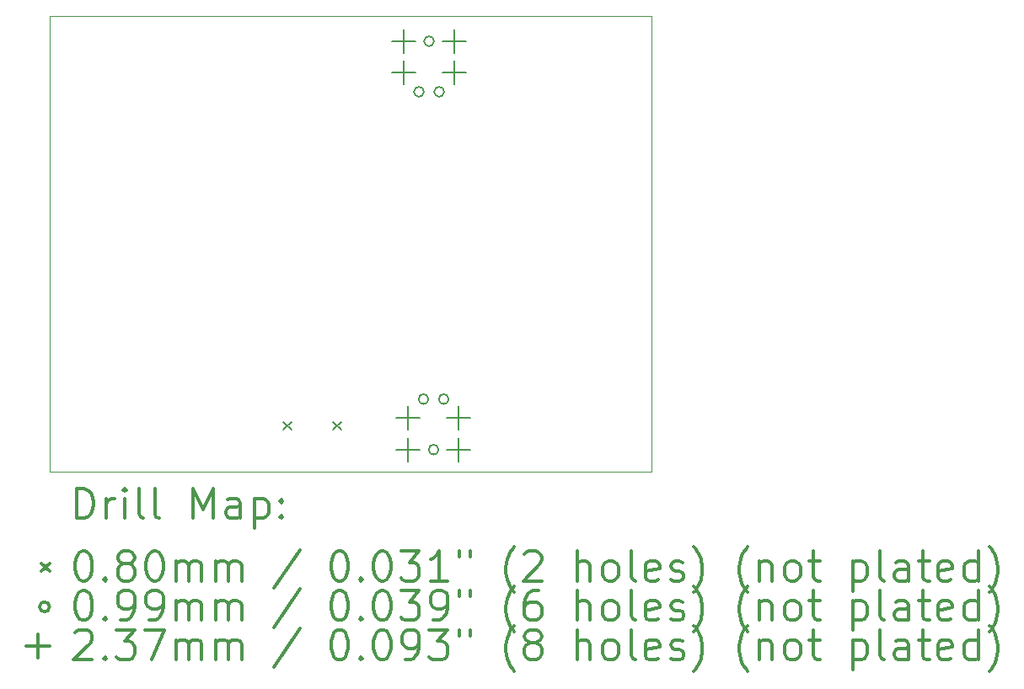
<source format=gbr>
%FSLAX45Y45*%
G04 Gerber Fmt 4.5, Leading zero omitted, Abs format (unit mm)*
G04 Created by KiCad (PCBNEW 4.0.6+dfsg1-1) date Tue Dec 26 18:46:28 2017*
%MOMM*%
%LPD*%
G01*
G04 APERTURE LIST*
%ADD10C,0.127000*%
%ADD11C,0.010000*%
%ADD12C,0.200000*%
%ADD13C,0.300000*%
G04 APERTURE END LIST*
D10*
D11*
X2770000Y-18340000D02*
X2770000Y-13760000D01*
X8820000Y-18340000D02*
X2770000Y-18340000D01*
X8820000Y-13760000D02*
X8820000Y-18340000D01*
X2770000Y-13760000D02*
X8820000Y-13760000D01*
D12*
X5120000Y-17837500D02*
X5200000Y-17917500D01*
X5200000Y-17837500D02*
X5120000Y-17917500D01*
X5620000Y-17837500D02*
X5700000Y-17917500D01*
X5700000Y-17837500D02*
X5620000Y-17917500D01*
X6530430Y-14519000D02*
G75*
G03X6530430Y-14519000I-49530J0D01*
G01*
X6575430Y-17608500D02*
G75*
G03X6575430Y-17608500I-49530J0D01*
G01*
X6632030Y-14011000D02*
G75*
G03X6632030Y-14011000I-49530J0D01*
G01*
X6677030Y-18116500D02*
G75*
G03X6677030Y-18116500I-49530J0D01*
G01*
X6733630Y-14519000D02*
G75*
G03X6733630Y-14519000I-49530J0D01*
G01*
X6778630Y-17608500D02*
G75*
G03X6778630Y-17608500I-49530J0D01*
G01*
X6328500Y-13892255D02*
X6328500Y-14129745D01*
X6209755Y-14011000D02*
X6447245Y-14011000D01*
X6328500Y-14209755D02*
X6328500Y-14447245D01*
X6209755Y-14328500D02*
X6447245Y-14328500D01*
X6373500Y-17680255D02*
X6373500Y-17917745D01*
X6254755Y-17799000D02*
X6492245Y-17799000D01*
X6373500Y-17997755D02*
X6373500Y-18235245D01*
X6254755Y-18116500D02*
X6492245Y-18116500D01*
X6836500Y-13892255D02*
X6836500Y-14129745D01*
X6717755Y-14011000D02*
X6955245Y-14011000D01*
X6836500Y-14209755D02*
X6836500Y-14447245D01*
X6717755Y-14328500D02*
X6955245Y-14328500D01*
X6881500Y-17680255D02*
X6881500Y-17917745D01*
X6762755Y-17799000D02*
X7000245Y-17799000D01*
X6881500Y-17997755D02*
X6881500Y-18235245D01*
X6762755Y-18116500D02*
X7000245Y-18116500D01*
D13*
X3040928Y-18806214D02*
X3040928Y-18506214D01*
X3112357Y-18506214D01*
X3155214Y-18520500D01*
X3183786Y-18549072D01*
X3198071Y-18577643D01*
X3212357Y-18634786D01*
X3212357Y-18677643D01*
X3198071Y-18734786D01*
X3183786Y-18763357D01*
X3155214Y-18791929D01*
X3112357Y-18806214D01*
X3040928Y-18806214D01*
X3340928Y-18806214D02*
X3340928Y-18606214D01*
X3340928Y-18663357D02*
X3355214Y-18634786D01*
X3369500Y-18620500D01*
X3398071Y-18606214D01*
X3426643Y-18606214D01*
X3526643Y-18806214D02*
X3526643Y-18606214D01*
X3526643Y-18506214D02*
X3512357Y-18520500D01*
X3526643Y-18534786D01*
X3540928Y-18520500D01*
X3526643Y-18506214D01*
X3526643Y-18534786D01*
X3712357Y-18806214D02*
X3683786Y-18791929D01*
X3669500Y-18763357D01*
X3669500Y-18506214D01*
X3869500Y-18806214D02*
X3840928Y-18791929D01*
X3826643Y-18763357D01*
X3826643Y-18506214D01*
X4212357Y-18806214D02*
X4212357Y-18506214D01*
X4312357Y-18720500D01*
X4412357Y-18506214D01*
X4412357Y-18806214D01*
X4683786Y-18806214D02*
X4683786Y-18649072D01*
X4669500Y-18620500D01*
X4640929Y-18606214D01*
X4583786Y-18606214D01*
X4555214Y-18620500D01*
X4683786Y-18791929D02*
X4655214Y-18806214D01*
X4583786Y-18806214D01*
X4555214Y-18791929D01*
X4540929Y-18763357D01*
X4540929Y-18734786D01*
X4555214Y-18706214D01*
X4583786Y-18691929D01*
X4655214Y-18691929D01*
X4683786Y-18677643D01*
X4826643Y-18606214D02*
X4826643Y-18906214D01*
X4826643Y-18620500D02*
X4855214Y-18606214D01*
X4912357Y-18606214D01*
X4940929Y-18620500D01*
X4955214Y-18634786D01*
X4969500Y-18663357D01*
X4969500Y-18749072D01*
X4955214Y-18777643D01*
X4940929Y-18791929D01*
X4912357Y-18806214D01*
X4855214Y-18806214D01*
X4826643Y-18791929D01*
X5098071Y-18777643D02*
X5112357Y-18791929D01*
X5098071Y-18806214D01*
X5083786Y-18791929D01*
X5098071Y-18777643D01*
X5098071Y-18806214D01*
X5098071Y-18620500D02*
X5112357Y-18634786D01*
X5098071Y-18649072D01*
X5083786Y-18634786D01*
X5098071Y-18620500D01*
X5098071Y-18649072D01*
X2689500Y-19260500D02*
X2769500Y-19340500D01*
X2769500Y-19260500D02*
X2689500Y-19340500D01*
X3098071Y-19136214D02*
X3126643Y-19136214D01*
X3155214Y-19150500D01*
X3169500Y-19164786D01*
X3183786Y-19193357D01*
X3198071Y-19250500D01*
X3198071Y-19321929D01*
X3183786Y-19379072D01*
X3169500Y-19407643D01*
X3155214Y-19421929D01*
X3126643Y-19436214D01*
X3098071Y-19436214D01*
X3069500Y-19421929D01*
X3055214Y-19407643D01*
X3040928Y-19379072D01*
X3026643Y-19321929D01*
X3026643Y-19250500D01*
X3040928Y-19193357D01*
X3055214Y-19164786D01*
X3069500Y-19150500D01*
X3098071Y-19136214D01*
X3326643Y-19407643D02*
X3340928Y-19421929D01*
X3326643Y-19436214D01*
X3312357Y-19421929D01*
X3326643Y-19407643D01*
X3326643Y-19436214D01*
X3512357Y-19264786D02*
X3483786Y-19250500D01*
X3469500Y-19236214D01*
X3455214Y-19207643D01*
X3455214Y-19193357D01*
X3469500Y-19164786D01*
X3483786Y-19150500D01*
X3512357Y-19136214D01*
X3569500Y-19136214D01*
X3598071Y-19150500D01*
X3612357Y-19164786D01*
X3626643Y-19193357D01*
X3626643Y-19207643D01*
X3612357Y-19236214D01*
X3598071Y-19250500D01*
X3569500Y-19264786D01*
X3512357Y-19264786D01*
X3483786Y-19279072D01*
X3469500Y-19293357D01*
X3455214Y-19321929D01*
X3455214Y-19379072D01*
X3469500Y-19407643D01*
X3483786Y-19421929D01*
X3512357Y-19436214D01*
X3569500Y-19436214D01*
X3598071Y-19421929D01*
X3612357Y-19407643D01*
X3626643Y-19379072D01*
X3626643Y-19321929D01*
X3612357Y-19293357D01*
X3598071Y-19279072D01*
X3569500Y-19264786D01*
X3812357Y-19136214D02*
X3840928Y-19136214D01*
X3869500Y-19150500D01*
X3883786Y-19164786D01*
X3898071Y-19193357D01*
X3912357Y-19250500D01*
X3912357Y-19321929D01*
X3898071Y-19379072D01*
X3883786Y-19407643D01*
X3869500Y-19421929D01*
X3840928Y-19436214D01*
X3812357Y-19436214D01*
X3783786Y-19421929D01*
X3769500Y-19407643D01*
X3755214Y-19379072D01*
X3740928Y-19321929D01*
X3740928Y-19250500D01*
X3755214Y-19193357D01*
X3769500Y-19164786D01*
X3783786Y-19150500D01*
X3812357Y-19136214D01*
X4040928Y-19436214D02*
X4040928Y-19236214D01*
X4040928Y-19264786D02*
X4055214Y-19250500D01*
X4083786Y-19236214D01*
X4126643Y-19236214D01*
X4155214Y-19250500D01*
X4169500Y-19279072D01*
X4169500Y-19436214D01*
X4169500Y-19279072D02*
X4183786Y-19250500D01*
X4212357Y-19236214D01*
X4255214Y-19236214D01*
X4283786Y-19250500D01*
X4298071Y-19279072D01*
X4298071Y-19436214D01*
X4440929Y-19436214D02*
X4440929Y-19236214D01*
X4440929Y-19264786D02*
X4455214Y-19250500D01*
X4483786Y-19236214D01*
X4526643Y-19236214D01*
X4555214Y-19250500D01*
X4569500Y-19279072D01*
X4569500Y-19436214D01*
X4569500Y-19279072D02*
X4583786Y-19250500D01*
X4612357Y-19236214D01*
X4655214Y-19236214D01*
X4683786Y-19250500D01*
X4698071Y-19279072D01*
X4698071Y-19436214D01*
X5283786Y-19121929D02*
X5026643Y-19507643D01*
X5669500Y-19136214D02*
X5698071Y-19136214D01*
X5726643Y-19150500D01*
X5740928Y-19164786D01*
X5755214Y-19193357D01*
X5769500Y-19250500D01*
X5769500Y-19321929D01*
X5755214Y-19379072D01*
X5740928Y-19407643D01*
X5726643Y-19421929D01*
X5698071Y-19436214D01*
X5669500Y-19436214D01*
X5640928Y-19421929D01*
X5626643Y-19407643D01*
X5612357Y-19379072D01*
X5598071Y-19321929D01*
X5598071Y-19250500D01*
X5612357Y-19193357D01*
X5626643Y-19164786D01*
X5640928Y-19150500D01*
X5669500Y-19136214D01*
X5898071Y-19407643D02*
X5912357Y-19421929D01*
X5898071Y-19436214D01*
X5883786Y-19421929D01*
X5898071Y-19407643D01*
X5898071Y-19436214D01*
X6098071Y-19136214D02*
X6126643Y-19136214D01*
X6155214Y-19150500D01*
X6169500Y-19164786D01*
X6183785Y-19193357D01*
X6198071Y-19250500D01*
X6198071Y-19321929D01*
X6183785Y-19379072D01*
X6169500Y-19407643D01*
X6155214Y-19421929D01*
X6126643Y-19436214D01*
X6098071Y-19436214D01*
X6069500Y-19421929D01*
X6055214Y-19407643D01*
X6040928Y-19379072D01*
X6026643Y-19321929D01*
X6026643Y-19250500D01*
X6040928Y-19193357D01*
X6055214Y-19164786D01*
X6069500Y-19150500D01*
X6098071Y-19136214D01*
X6298071Y-19136214D02*
X6483785Y-19136214D01*
X6383785Y-19250500D01*
X6426643Y-19250500D01*
X6455214Y-19264786D01*
X6469500Y-19279072D01*
X6483785Y-19307643D01*
X6483785Y-19379072D01*
X6469500Y-19407643D01*
X6455214Y-19421929D01*
X6426643Y-19436214D01*
X6340928Y-19436214D01*
X6312357Y-19421929D01*
X6298071Y-19407643D01*
X6769500Y-19436214D02*
X6598071Y-19436214D01*
X6683785Y-19436214D02*
X6683785Y-19136214D01*
X6655214Y-19179072D01*
X6626643Y-19207643D01*
X6598071Y-19221929D01*
X6883786Y-19136214D02*
X6883786Y-19193357D01*
X6998071Y-19136214D02*
X6998071Y-19193357D01*
X7440928Y-19550500D02*
X7426643Y-19536214D01*
X7398071Y-19493357D01*
X7383785Y-19464786D01*
X7369500Y-19421929D01*
X7355214Y-19350500D01*
X7355214Y-19293357D01*
X7369500Y-19221929D01*
X7383785Y-19179072D01*
X7398071Y-19150500D01*
X7426643Y-19107643D01*
X7440928Y-19093357D01*
X7540928Y-19164786D02*
X7555214Y-19150500D01*
X7583785Y-19136214D01*
X7655214Y-19136214D01*
X7683785Y-19150500D01*
X7698071Y-19164786D01*
X7712357Y-19193357D01*
X7712357Y-19221929D01*
X7698071Y-19264786D01*
X7526643Y-19436214D01*
X7712357Y-19436214D01*
X8069500Y-19436214D02*
X8069500Y-19136214D01*
X8198071Y-19436214D02*
X8198071Y-19279072D01*
X8183785Y-19250500D01*
X8155214Y-19236214D01*
X8112357Y-19236214D01*
X8083785Y-19250500D01*
X8069500Y-19264786D01*
X8383785Y-19436214D02*
X8355214Y-19421929D01*
X8340928Y-19407643D01*
X8326643Y-19379072D01*
X8326643Y-19293357D01*
X8340928Y-19264786D01*
X8355214Y-19250500D01*
X8383785Y-19236214D01*
X8426643Y-19236214D01*
X8455214Y-19250500D01*
X8469500Y-19264786D01*
X8483786Y-19293357D01*
X8483786Y-19379072D01*
X8469500Y-19407643D01*
X8455214Y-19421929D01*
X8426643Y-19436214D01*
X8383785Y-19436214D01*
X8655214Y-19436214D02*
X8626643Y-19421929D01*
X8612357Y-19393357D01*
X8612357Y-19136214D01*
X8883786Y-19421929D02*
X8855214Y-19436214D01*
X8798071Y-19436214D01*
X8769500Y-19421929D01*
X8755214Y-19393357D01*
X8755214Y-19279072D01*
X8769500Y-19250500D01*
X8798071Y-19236214D01*
X8855214Y-19236214D01*
X8883786Y-19250500D01*
X8898071Y-19279072D01*
X8898071Y-19307643D01*
X8755214Y-19336214D01*
X9012357Y-19421929D02*
X9040929Y-19436214D01*
X9098071Y-19436214D01*
X9126643Y-19421929D01*
X9140929Y-19393357D01*
X9140929Y-19379072D01*
X9126643Y-19350500D01*
X9098071Y-19336214D01*
X9055214Y-19336214D01*
X9026643Y-19321929D01*
X9012357Y-19293357D01*
X9012357Y-19279072D01*
X9026643Y-19250500D01*
X9055214Y-19236214D01*
X9098071Y-19236214D01*
X9126643Y-19250500D01*
X9240928Y-19550500D02*
X9255214Y-19536214D01*
X9283786Y-19493357D01*
X9298071Y-19464786D01*
X9312357Y-19421929D01*
X9326643Y-19350500D01*
X9326643Y-19293357D01*
X9312357Y-19221929D01*
X9298071Y-19179072D01*
X9283786Y-19150500D01*
X9255214Y-19107643D01*
X9240928Y-19093357D01*
X9783786Y-19550500D02*
X9769500Y-19536214D01*
X9740928Y-19493357D01*
X9726643Y-19464786D01*
X9712357Y-19421929D01*
X9698071Y-19350500D01*
X9698071Y-19293357D01*
X9712357Y-19221929D01*
X9726643Y-19179072D01*
X9740928Y-19150500D01*
X9769500Y-19107643D01*
X9783786Y-19093357D01*
X9898071Y-19236214D02*
X9898071Y-19436214D01*
X9898071Y-19264786D02*
X9912357Y-19250500D01*
X9940928Y-19236214D01*
X9983786Y-19236214D01*
X10012357Y-19250500D01*
X10026643Y-19279072D01*
X10026643Y-19436214D01*
X10212357Y-19436214D02*
X10183786Y-19421929D01*
X10169500Y-19407643D01*
X10155214Y-19379072D01*
X10155214Y-19293357D01*
X10169500Y-19264786D01*
X10183786Y-19250500D01*
X10212357Y-19236214D01*
X10255214Y-19236214D01*
X10283786Y-19250500D01*
X10298071Y-19264786D01*
X10312357Y-19293357D01*
X10312357Y-19379072D01*
X10298071Y-19407643D01*
X10283786Y-19421929D01*
X10255214Y-19436214D01*
X10212357Y-19436214D01*
X10398071Y-19236214D02*
X10512357Y-19236214D01*
X10440929Y-19136214D02*
X10440929Y-19393357D01*
X10455214Y-19421929D01*
X10483786Y-19436214D01*
X10512357Y-19436214D01*
X10840929Y-19236214D02*
X10840929Y-19536214D01*
X10840929Y-19250500D02*
X10869500Y-19236214D01*
X10926643Y-19236214D01*
X10955214Y-19250500D01*
X10969500Y-19264786D01*
X10983786Y-19293357D01*
X10983786Y-19379072D01*
X10969500Y-19407643D01*
X10955214Y-19421929D01*
X10926643Y-19436214D01*
X10869500Y-19436214D01*
X10840929Y-19421929D01*
X11155214Y-19436214D02*
X11126643Y-19421929D01*
X11112357Y-19393357D01*
X11112357Y-19136214D01*
X11398071Y-19436214D02*
X11398071Y-19279072D01*
X11383786Y-19250500D01*
X11355214Y-19236214D01*
X11298071Y-19236214D01*
X11269500Y-19250500D01*
X11398071Y-19421929D02*
X11369500Y-19436214D01*
X11298071Y-19436214D01*
X11269500Y-19421929D01*
X11255214Y-19393357D01*
X11255214Y-19364786D01*
X11269500Y-19336214D01*
X11298071Y-19321929D01*
X11369500Y-19321929D01*
X11398071Y-19307643D01*
X11498071Y-19236214D02*
X11612357Y-19236214D01*
X11540929Y-19136214D02*
X11540929Y-19393357D01*
X11555214Y-19421929D01*
X11583786Y-19436214D01*
X11612357Y-19436214D01*
X11826643Y-19421929D02*
X11798071Y-19436214D01*
X11740929Y-19436214D01*
X11712357Y-19421929D01*
X11698071Y-19393357D01*
X11698071Y-19279072D01*
X11712357Y-19250500D01*
X11740929Y-19236214D01*
X11798071Y-19236214D01*
X11826643Y-19250500D01*
X11840929Y-19279072D01*
X11840929Y-19307643D01*
X11698071Y-19336214D01*
X12098071Y-19436214D02*
X12098071Y-19136214D01*
X12098071Y-19421929D02*
X12069500Y-19436214D01*
X12012357Y-19436214D01*
X11983786Y-19421929D01*
X11969500Y-19407643D01*
X11955214Y-19379072D01*
X11955214Y-19293357D01*
X11969500Y-19264786D01*
X11983786Y-19250500D01*
X12012357Y-19236214D01*
X12069500Y-19236214D01*
X12098071Y-19250500D01*
X12212357Y-19550500D02*
X12226643Y-19536214D01*
X12255214Y-19493357D01*
X12269500Y-19464786D01*
X12283786Y-19421929D01*
X12298071Y-19350500D01*
X12298071Y-19293357D01*
X12283786Y-19221929D01*
X12269500Y-19179072D01*
X12255214Y-19150500D01*
X12226643Y-19107643D01*
X12212357Y-19093357D01*
X2769500Y-19696500D02*
G75*
G03X2769500Y-19696500I-49530J0D01*
G01*
X3098071Y-19532214D02*
X3126643Y-19532214D01*
X3155214Y-19546500D01*
X3169500Y-19560786D01*
X3183786Y-19589357D01*
X3198071Y-19646500D01*
X3198071Y-19717929D01*
X3183786Y-19775072D01*
X3169500Y-19803643D01*
X3155214Y-19817929D01*
X3126643Y-19832214D01*
X3098071Y-19832214D01*
X3069500Y-19817929D01*
X3055214Y-19803643D01*
X3040928Y-19775072D01*
X3026643Y-19717929D01*
X3026643Y-19646500D01*
X3040928Y-19589357D01*
X3055214Y-19560786D01*
X3069500Y-19546500D01*
X3098071Y-19532214D01*
X3326643Y-19803643D02*
X3340928Y-19817929D01*
X3326643Y-19832214D01*
X3312357Y-19817929D01*
X3326643Y-19803643D01*
X3326643Y-19832214D01*
X3483786Y-19832214D02*
X3540928Y-19832214D01*
X3569500Y-19817929D01*
X3583786Y-19803643D01*
X3612357Y-19760786D01*
X3626643Y-19703643D01*
X3626643Y-19589357D01*
X3612357Y-19560786D01*
X3598071Y-19546500D01*
X3569500Y-19532214D01*
X3512357Y-19532214D01*
X3483786Y-19546500D01*
X3469500Y-19560786D01*
X3455214Y-19589357D01*
X3455214Y-19660786D01*
X3469500Y-19689357D01*
X3483786Y-19703643D01*
X3512357Y-19717929D01*
X3569500Y-19717929D01*
X3598071Y-19703643D01*
X3612357Y-19689357D01*
X3626643Y-19660786D01*
X3769500Y-19832214D02*
X3826643Y-19832214D01*
X3855214Y-19817929D01*
X3869500Y-19803643D01*
X3898071Y-19760786D01*
X3912357Y-19703643D01*
X3912357Y-19589357D01*
X3898071Y-19560786D01*
X3883786Y-19546500D01*
X3855214Y-19532214D01*
X3798071Y-19532214D01*
X3769500Y-19546500D01*
X3755214Y-19560786D01*
X3740928Y-19589357D01*
X3740928Y-19660786D01*
X3755214Y-19689357D01*
X3769500Y-19703643D01*
X3798071Y-19717929D01*
X3855214Y-19717929D01*
X3883786Y-19703643D01*
X3898071Y-19689357D01*
X3912357Y-19660786D01*
X4040928Y-19832214D02*
X4040928Y-19632214D01*
X4040928Y-19660786D02*
X4055214Y-19646500D01*
X4083786Y-19632214D01*
X4126643Y-19632214D01*
X4155214Y-19646500D01*
X4169500Y-19675072D01*
X4169500Y-19832214D01*
X4169500Y-19675072D02*
X4183786Y-19646500D01*
X4212357Y-19632214D01*
X4255214Y-19632214D01*
X4283786Y-19646500D01*
X4298071Y-19675072D01*
X4298071Y-19832214D01*
X4440929Y-19832214D02*
X4440929Y-19632214D01*
X4440929Y-19660786D02*
X4455214Y-19646500D01*
X4483786Y-19632214D01*
X4526643Y-19632214D01*
X4555214Y-19646500D01*
X4569500Y-19675072D01*
X4569500Y-19832214D01*
X4569500Y-19675072D02*
X4583786Y-19646500D01*
X4612357Y-19632214D01*
X4655214Y-19632214D01*
X4683786Y-19646500D01*
X4698071Y-19675072D01*
X4698071Y-19832214D01*
X5283786Y-19517929D02*
X5026643Y-19903643D01*
X5669500Y-19532214D02*
X5698071Y-19532214D01*
X5726643Y-19546500D01*
X5740928Y-19560786D01*
X5755214Y-19589357D01*
X5769500Y-19646500D01*
X5769500Y-19717929D01*
X5755214Y-19775072D01*
X5740928Y-19803643D01*
X5726643Y-19817929D01*
X5698071Y-19832214D01*
X5669500Y-19832214D01*
X5640928Y-19817929D01*
X5626643Y-19803643D01*
X5612357Y-19775072D01*
X5598071Y-19717929D01*
X5598071Y-19646500D01*
X5612357Y-19589357D01*
X5626643Y-19560786D01*
X5640928Y-19546500D01*
X5669500Y-19532214D01*
X5898071Y-19803643D02*
X5912357Y-19817929D01*
X5898071Y-19832214D01*
X5883786Y-19817929D01*
X5898071Y-19803643D01*
X5898071Y-19832214D01*
X6098071Y-19532214D02*
X6126643Y-19532214D01*
X6155214Y-19546500D01*
X6169500Y-19560786D01*
X6183785Y-19589357D01*
X6198071Y-19646500D01*
X6198071Y-19717929D01*
X6183785Y-19775072D01*
X6169500Y-19803643D01*
X6155214Y-19817929D01*
X6126643Y-19832214D01*
X6098071Y-19832214D01*
X6069500Y-19817929D01*
X6055214Y-19803643D01*
X6040928Y-19775072D01*
X6026643Y-19717929D01*
X6026643Y-19646500D01*
X6040928Y-19589357D01*
X6055214Y-19560786D01*
X6069500Y-19546500D01*
X6098071Y-19532214D01*
X6298071Y-19532214D02*
X6483785Y-19532214D01*
X6383785Y-19646500D01*
X6426643Y-19646500D01*
X6455214Y-19660786D01*
X6469500Y-19675072D01*
X6483785Y-19703643D01*
X6483785Y-19775072D01*
X6469500Y-19803643D01*
X6455214Y-19817929D01*
X6426643Y-19832214D01*
X6340928Y-19832214D01*
X6312357Y-19817929D01*
X6298071Y-19803643D01*
X6626643Y-19832214D02*
X6683785Y-19832214D01*
X6712357Y-19817929D01*
X6726643Y-19803643D01*
X6755214Y-19760786D01*
X6769500Y-19703643D01*
X6769500Y-19589357D01*
X6755214Y-19560786D01*
X6740928Y-19546500D01*
X6712357Y-19532214D01*
X6655214Y-19532214D01*
X6626643Y-19546500D01*
X6612357Y-19560786D01*
X6598071Y-19589357D01*
X6598071Y-19660786D01*
X6612357Y-19689357D01*
X6626643Y-19703643D01*
X6655214Y-19717929D01*
X6712357Y-19717929D01*
X6740928Y-19703643D01*
X6755214Y-19689357D01*
X6769500Y-19660786D01*
X6883786Y-19532214D02*
X6883786Y-19589357D01*
X6998071Y-19532214D02*
X6998071Y-19589357D01*
X7440928Y-19946500D02*
X7426643Y-19932214D01*
X7398071Y-19889357D01*
X7383785Y-19860786D01*
X7369500Y-19817929D01*
X7355214Y-19746500D01*
X7355214Y-19689357D01*
X7369500Y-19617929D01*
X7383785Y-19575072D01*
X7398071Y-19546500D01*
X7426643Y-19503643D01*
X7440928Y-19489357D01*
X7683785Y-19532214D02*
X7626643Y-19532214D01*
X7598071Y-19546500D01*
X7583785Y-19560786D01*
X7555214Y-19603643D01*
X7540928Y-19660786D01*
X7540928Y-19775072D01*
X7555214Y-19803643D01*
X7569500Y-19817929D01*
X7598071Y-19832214D01*
X7655214Y-19832214D01*
X7683785Y-19817929D01*
X7698071Y-19803643D01*
X7712357Y-19775072D01*
X7712357Y-19703643D01*
X7698071Y-19675072D01*
X7683785Y-19660786D01*
X7655214Y-19646500D01*
X7598071Y-19646500D01*
X7569500Y-19660786D01*
X7555214Y-19675072D01*
X7540928Y-19703643D01*
X8069500Y-19832214D02*
X8069500Y-19532214D01*
X8198071Y-19832214D02*
X8198071Y-19675072D01*
X8183785Y-19646500D01*
X8155214Y-19632214D01*
X8112357Y-19632214D01*
X8083785Y-19646500D01*
X8069500Y-19660786D01*
X8383785Y-19832214D02*
X8355214Y-19817929D01*
X8340928Y-19803643D01*
X8326643Y-19775072D01*
X8326643Y-19689357D01*
X8340928Y-19660786D01*
X8355214Y-19646500D01*
X8383785Y-19632214D01*
X8426643Y-19632214D01*
X8455214Y-19646500D01*
X8469500Y-19660786D01*
X8483786Y-19689357D01*
X8483786Y-19775072D01*
X8469500Y-19803643D01*
X8455214Y-19817929D01*
X8426643Y-19832214D01*
X8383785Y-19832214D01*
X8655214Y-19832214D02*
X8626643Y-19817929D01*
X8612357Y-19789357D01*
X8612357Y-19532214D01*
X8883786Y-19817929D02*
X8855214Y-19832214D01*
X8798071Y-19832214D01*
X8769500Y-19817929D01*
X8755214Y-19789357D01*
X8755214Y-19675072D01*
X8769500Y-19646500D01*
X8798071Y-19632214D01*
X8855214Y-19632214D01*
X8883786Y-19646500D01*
X8898071Y-19675072D01*
X8898071Y-19703643D01*
X8755214Y-19732214D01*
X9012357Y-19817929D02*
X9040929Y-19832214D01*
X9098071Y-19832214D01*
X9126643Y-19817929D01*
X9140929Y-19789357D01*
X9140929Y-19775072D01*
X9126643Y-19746500D01*
X9098071Y-19732214D01*
X9055214Y-19732214D01*
X9026643Y-19717929D01*
X9012357Y-19689357D01*
X9012357Y-19675072D01*
X9026643Y-19646500D01*
X9055214Y-19632214D01*
X9098071Y-19632214D01*
X9126643Y-19646500D01*
X9240928Y-19946500D02*
X9255214Y-19932214D01*
X9283786Y-19889357D01*
X9298071Y-19860786D01*
X9312357Y-19817929D01*
X9326643Y-19746500D01*
X9326643Y-19689357D01*
X9312357Y-19617929D01*
X9298071Y-19575072D01*
X9283786Y-19546500D01*
X9255214Y-19503643D01*
X9240928Y-19489357D01*
X9783786Y-19946500D02*
X9769500Y-19932214D01*
X9740928Y-19889357D01*
X9726643Y-19860786D01*
X9712357Y-19817929D01*
X9698071Y-19746500D01*
X9698071Y-19689357D01*
X9712357Y-19617929D01*
X9726643Y-19575072D01*
X9740928Y-19546500D01*
X9769500Y-19503643D01*
X9783786Y-19489357D01*
X9898071Y-19632214D02*
X9898071Y-19832214D01*
X9898071Y-19660786D02*
X9912357Y-19646500D01*
X9940928Y-19632214D01*
X9983786Y-19632214D01*
X10012357Y-19646500D01*
X10026643Y-19675072D01*
X10026643Y-19832214D01*
X10212357Y-19832214D02*
X10183786Y-19817929D01*
X10169500Y-19803643D01*
X10155214Y-19775072D01*
X10155214Y-19689357D01*
X10169500Y-19660786D01*
X10183786Y-19646500D01*
X10212357Y-19632214D01*
X10255214Y-19632214D01*
X10283786Y-19646500D01*
X10298071Y-19660786D01*
X10312357Y-19689357D01*
X10312357Y-19775072D01*
X10298071Y-19803643D01*
X10283786Y-19817929D01*
X10255214Y-19832214D01*
X10212357Y-19832214D01*
X10398071Y-19632214D02*
X10512357Y-19632214D01*
X10440929Y-19532214D02*
X10440929Y-19789357D01*
X10455214Y-19817929D01*
X10483786Y-19832214D01*
X10512357Y-19832214D01*
X10840929Y-19632214D02*
X10840929Y-19932214D01*
X10840929Y-19646500D02*
X10869500Y-19632214D01*
X10926643Y-19632214D01*
X10955214Y-19646500D01*
X10969500Y-19660786D01*
X10983786Y-19689357D01*
X10983786Y-19775072D01*
X10969500Y-19803643D01*
X10955214Y-19817929D01*
X10926643Y-19832214D01*
X10869500Y-19832214D01*
X10840929Y-19817929D01*
X11155214Y-19832214D02*
X11126643Y-19817929D01*
X11112357Y-19789357D01*
X11112357Y-19532214D01*
X11398071Y-19832214D02*
X11398071Y-19675072D01*
X11383786Y-19646500D01*
X11355214Y-19632214D01*
X11298071Y-19632214D01*
X11269500Y-19646500D01*
X11398071Y-19817929D02*
X11369500Y-19832214D01*
X11298071Y-19832214D01*
X11269500Y-19817929D01*
X11255214Y-19789357D01*
X11255214Y-19760786D01*
X11269500Y-19732214D01*
X11298071Y-19717929D01*
X11369500Y-19717929D01*
X11398071Y-19703643D01*
X11498071Y-19632214D02*
X11612357Y-19632214D01*
X11540929Y-19532214D02*
X11540929Y-19789357D01*
X11555214Y-19817929D01*
X11583786Y-19832214D01*
X11612357Y-19832214D01*
X11826643Y-19817929D02*
X11798071Y-19832214D01*
X11740929Y-19832214D01*
X11712357Y-19817929D01*
X11698071Y-19789357D01*
X11698071Y-19675072D01*
X11712357Y-19646500D01*
X11740929Y-19632214D01*
X11798071Y-19632214D01*
X11826643Y-19646500D01*
X11840929Y-19675072D01*
X11840929Y-19703643D01*
X11698071Y-19732214D01*
X12098071Y-19832214D02*
X12098071Y-19532214D01*
X12098071Y-19817929D02*
X12069500Y-19832214D01*
X12012357Y-19832214D01*
X11983786Y-19817929D01*
X11969500Y-19803643D01*
X11955214Y-19775072D01*
X11955214Y-19689357D01*
X11969500Y-19660786D01*
X11983786Y-19646500D01*
X12012357Y-19632214D01*
X12069500Y-19632214D01*
X12098071Y-19646500D01*
X12212357Y-19946500D02*
X12226643Y-19932214D01*
X12255214Y-19889357D01*
X12269500Y-19860786D01*
X12283786Y-19817929D01*
X12298071Y-19746500D01*
X12298071Y-19689357D01*
X12283786Y-19617929D01*
X12269500Y-19575072D01*
X12255214Y-19546500D01*
X12226643Y-19503643D01*
X12212357Y-19489357D01*
X2650755Y-19973755D02*
X2650755Y-20211245D01*
X2532010Y-20092500D02*
X2769500Y-20092500D01*
X3026643Y-19956786D02*
X3040928Y-19942500D01*
X3069500Y-19928214D01*
X3140928Y-19928214D01*
X3169500Y-19942500D01*
X3183786Y-19956786D01*
X3198071Y-19985357D01*
X3198071Y-20013929D01*
X3183786Y-20056786D01*
X3012357Y-20228214D01*
X3198071Y-20228214D01*
X3326643Y-20199643D02*
X3340928Y-20213929D01*
X3326643Y-20228214D01*
X3312357Y-20213929D01*
X3326643Y-20199643D01*
X3326643Y-20228214D01*
X3440928Y-19928214D02*
X3626643Y-19928214D01*
X3526643Y-20042500D01*
X3569500Y-20042500D01*
X3598071Y-20056786D01*
X3612357Y-20071072D01*
X3626643Y-20099643D01*
X3626643Y-20171072D01*
X3612357Y-20199643D01*
X3598071Y-20213929D01*
X3569500Y-20228214D01*
X3483786Y-20228214D01*
X3455214Y-20213929D01*
X3440928Y-20199643D01*
X3726643Y-19928214D02*
X3926643Y-19928214D01*
X3798071Y-20228214D01*
X4040928Y-20228214D02*
X4040928Y-20028214D01*
X4040928Y-20056786D02*
X4055214Y-20042500D01*
X4083786Y-20028214D01*
X4126643Y-20028214D01*
X4155214Y-20042500D01*
X4169500Y-20071072D01*
X4169500Y-20228214D01*
X4169500Y-20071072D02*
X4183786Y-20042500D01*
X4212357Y-20028214D01*
X4255214Y-20028214D01*
X4283786Y-20042500D01*
X4298071Y-20071072D01*
X4298071Y-20228214D01*
X4440929Y-20228214D02*
X4440929Y-20028214D01*
X4440929Y-20056786D02*
X4455214Y-20042500D01*
X4483786Y-20028214D01*
X4526643Y-20028214D01*
X4555214Y-20042500D01*
X4569500Y-20071072D01*
X4569500Y-20228214D01*
X4569500Y-20071072D02*
X4583786Y-20042500D01*
X4612357Y-20028214D01*
X4655214Y-20028214D01*
X4683786Y-20042500D01*
X4698071Y-20071072D01*
X4698071Y-20228214D01*
X5283786Y-19913929D02*
X5026643Y-20299643D01*
X5669500Y-19928214D02*
X5698071Y-19928214D01*
X5726643Y-19942500D01*
X5740928Y-19956786D01*
X5755214Y-19985357D01*
X5769500Y-20042500D01*
X5769500Y-20113929D01*
X5755214Y-20171072D01*
X5740928Y-20199643D01*
X5726643Y-20213929D01*
X5698071Y-20228214D01*
X5669500Y-20228214D01*
X5640928Y-20213929D01*
X5626643Y-20199643D01*
X5612357Y-20171072D01*
X5598071Y-20113929D01*
X5598071Y-20042500D01*
X5612357Y-19985357D01*
X5626643Y-19956786D01*
X5640928Y-19942500D01*
X5669500Y-19928214D01*
X5898071Y-20199643D02*
X5912357Y-20213929D01*
X5898071Y-20228214D01*
X5883786Y-20213929D01*
X5898071Y-20199643D01*
X5898071Y-20228214D01*
X6098071Y-19928214D02*
X6126643Y-19928214D01*
X6155214Y-19942500D01*
X6169500Y-19956786D01*
X6183785Y-19985357D01*
X6198071Y-20042500D01*
X6198071Y-20113929D01*
X6183785Y-20171072D01*
X6169500Y-20199643D01*
X6155214Y-20213929D01*
X6126643Y-20228214D01*
X6098071Y-20228214D01*
X6069500Y-20213929D01*
X6055214Y-20199643D01*
X6040928Y-20171072D01*
X6026643Y-20113929D01*
X6026643Y-20042500D01*
X6040928Y-19985357D01*
X6055214Y-19956786D01*
X6069500Y-19942500D01*
X6098071Y-19928214D01*
X6340928Y-20228214D02*
X6398071Y-20228214D01*
X6426643Y-20213929D01*
X6440928Y-20199643D01*
X6469500Y-20156786D01*
X6483785Y-20099643D01*
X6483785Y-19985357D01*
X6469500Y-19956786D01*
X6455214Y-19942500D01*
X6426643Y-19928214D01*
X6369500Y-19928214D01*
X6340928Y-19942500D01*
X6326643Y-19956786D01*
X6312357Y-19985357D01*
X6312357Y-20056786D01*
X6326643Y-20085357D01*
X6340928Y-20099643D01*
X6369500Y-20113929D01*
X6426643Y-20113929D01*
X6455214Y-20099643D01*
X6469500Y-20085357D01*
X6483785Y-20056786D01*
X6583785Y-19928214D02*
X6769500Y-19928214D01*
X6669500Y-20042500D01*
X6712357Y-20042500D01*
X6740928Y-20056786D01*
X6755214Y-20071072D01*
X6769500Y-20099643D01*
X6769500Y-20171072D01*
X6755214Y-20199643D01*
X6740928Y-20213929D01*
X6712357Y-20228214D01*
X6626643Y-20228214D01*
X6598071Y-20213929D01*
X6583785Y-20199643D01*
X6883786Y-19928214D02*
X6883786Y-19985357D01*
X6998071Y-19928214D02*
X6998071Y-19985357D01*
X7440928Y-20342500D02*
X7426643Y-20328214D01*
X7398071Y-20285357D01*
X7383785Y-20256786D01*
X7369500Y-20213929D01*
X7355214Y-20142500D01*
X7355214Y-20085357D01*
X7369500Y-20013929D01*
X7383785Y-19971072D01*
X7398071Y-19942500D01*
X7426643Y-19899643D01*
X7440928Y-19885357D01*
X7598071Y-20056786D02*
X7569500Y-20042500D01*
X7555214Y-20028214D01*
X7540928Y-19999643D01*
X7540928Y-19985357D01*
X7555214Y-19956786D01*
X7569500Y-19942500D01*
X7598071Y-19928214D01*
X7655214Y-19928214D01*
X7683785Y-19942500D01*
X7698071Y-19956786D01*
X7712357Y-19985357D01*
X7712357Y-19999643D01*
X7698071Y-20028214D01*
X7683785Y-20042500D01*
X7655214Y-20056786D01*
X7598071Y-20056786D01*
X7569500Y-20071072D01*
X7555214Y-20085357D01*
X7540928Y-20113929D01*
X7540928Y-20171072D01*
X7555214Y-20199643D01*
X7569500Y-20213929D01*
X7598071Y-20228214D01*
X7655214Y-20228214D01*
X7683785Y-20213929D01*
X7698071Y-20199643D01*
X7712357Y-20171072D01*
X7712357Y-20113929D01*
X7698071Y-20085357D01*
X7683785Y-20071072D01*
X7655214Y-20056786D01*
X8069500Y-20228214D02*
X8069500Y-19928214D01*
X8198071Y-20228214D02*
X8198071Y-20071072D01*
X8183785Y-20042500D01*
X8155214Y-20028214D01*
X8112357Y-20028214D01*
X8083785Y-20042500D01*
X8069500Y-20056786D01*
X8383785Y-20228214D02*
X8355214Y-20213929D01*
X8340928Y-20199643D01*
X8326643Y-20171072D01*
X8326643Y-20085357D01*
X8340928Y-20056786D01*
X8355214Y-20042500D01*
X8383785Y-20028214D01*
X8426643Y-20028214D01*
X8455214Y-20042500D01*
X8469500Y-20056786D01*
X8483786Y-20085357D01*
X8483786Y-20171072D01*
X8469500Y-20199643D01*
X8455214Y-20213929D01*
X8426643Y-20228214D01*
X8383785Y-20228214D01*
X8655214Y-20228214D02*
X8626643Y-20213929D01*
X8612357Y-20185357D01*
X8612357Y-19928214D01*
X8883786Y-20213929D02*
X8855214Y-20228214D01*
X8798071Y-20228214D01*
X8769500Y-20213929D01*
X8755214Y-20185357D01*
X8755214Y-20071072D01*
X8769500Y-20042500D01*
X8798071Y-20028214D01*
X8855214Y-20028214D01*
X8883786Y-20042500D01*
X8898071Y-20071072D01*
X8898071Y-20099643D01*
X8755214Y-20128214D01*
X9012357Y-20213929D02*
X9040929Y-20228214D01*
X9098071Y-20228214D01*
X9126643Y-20213929D01*
X9140929Y-20185357D01*
X9140929Y-20171072D01*
X9126643Y-20142500D01*
X9098071Y-20128214D01*
X9055214Y-20128214D01*
X9026643Y-20113929D01*
X9012357Y-20085357D01*
X9012357Y-20071072D01*
X9026643Y-20042500D01*
X9055214Y-20028214D01*
X9098071Y-20028214D01*
X9126643Y-20042500D01*
X9240928Y-20342500D02*
X9255214Y-20328214D01*
X9283786Y-20285357D01*
X9298071Y-20256786D01*
X9312357Y-20213929D01*
X9326643Y-20142500D01*
X9326643Y-20085357D01*
X9312357Y-20013929D01*
X9298071Y-19971072D01*
X9283786Y-19942500D01*
X9255214Y-19899643D01*
X9240928Y-19885357D01*
X9783786Y-20342500D02*
X9769500Y-20328214D01*
X9740928Y-20285357D01*
X9726643Y-20256786D01*
X9712357Y-20213929D01*
X9698071Y-20142500D01*
X9698071Y-20085357D01*
X9712357Y-20013929D01*
X9726643Y-19971072D01*
X9740928Y-19942500D01*
X9769500Y-19899643D01*
X9783786Y-19885357D01*
X9898071Y-20028214D02*
X9898071Y-20228214D01*
X9898071Y-20056786D02*
X9912357Y-20042500D01*
X9940928Y-20028214D01*
X9983786Y-20028214D01*
X10012357Y-20042500D01*
X10026643Y-20071072D01*
X10026643Y-20228214D01*
X10212357Y-20228214D02*
X10183786Y-20213929D01*
X10169500Y-20199643D01*
X10155214Y-20171072D01*
X10155214Y-20085357D01*
X10169500Y-20056786D01*
X10183786Y-20042500D01*
X10212357Y-20028214D01*
X10255214Y-20028214D01*
X10283786Y-20042500D01*
X10298071Y-20056786D01*
X10312357Y-20085357D01*
X10312357Y-20171072D01*
X10298071Y-20199643D01*
X10283786Y-20213929D01*
X10255214Y-20228214D01*
X10212357Y-20228214D01*
X10398071Y-20028214D02*
X10512357Y-20028214D01*
X10440929Y-19928214D02*
X10440929Y-20185357D01*
X10455214Y-20213929D01*
X10483786Y-20228214D01*
X10512357Y-20228214D01*
X10840929Y-20028214D02*
X10840929Y-20328214D01*
X10840929Y-20042500D02*
X10869500Y-20028214D01*
X10926643Y-20028214D01*
X10955214Y-20042500D01*
X10969500Y-20056786D01*
X10983786Y-20085357D01*
X10983786Y-20171072D01*
X10969500Y-20199643D01*
X10955214Y-20213929D01*
X10926643Y-20228214D01*
X10869500Y-20228214D01*
X10840929Y-20213929D01*
X11155214Y-20228214D02*
X11126643Y-20213929D01*
X11112357Y-20185357D01*
X11112357Y-19928214D01*
X11398071Y-20228214D02*
X11398071Y-20071072D01*
X11383786Y-20042500D01*
X11355214Y-20028214D01*
X11298071Y-20028214D01*
X11269500Y-20042500D01*
X11398071Y-20213929D02*
X11369500Y-20228214D01*
X11298071Y-20228214D01*
X11269500Y-20213929D01*
X11255214Y-20185357D01*
X11255214Y-20156786D01*
X11269500Y-20128214D01*
X11298071Y-20113929D01*
X11369500Y-20113929D01*
X11398071Y-20099643D01*
X11498071Y-20028214D02*
X11612357Y-20028214D01*
X11540929Y-19928214D02*
X11540929Y-20185357D01*
X11555214Y-20213929D01*
X11583786Y-20228214D01*
X11612357Y-20228214D01*
X11826643Y-20213929D02*
X11798071Y-20228214D01*
X11740929Y-20228214D01*
X11712357Y-20213929D01*
X11698071Y-20185357D01*
X11698071Y-20071072D01*
X11712357Y-20042500D01*
X11740929Y-20028214D01*
X11798071Y-20028214D01*
X11826643Y-20042500D01*
X11840929Y-20071072D01*
X11840929Y-20099643D01*
X11698071Y-20128214D01*
X12098071Y-20228214D02*
X12098071Y-19928214D01*
X12098071Y-20213929D02*
X12069500Y-20228214D01*
X12012357Y-20228214D01*
X11983786Y-20213929D01*
X11969500Y-20199643D01*
X11955214Y-20171072D01*
X11955214Y-20085357D01*
X11969500Y-20056786D01*
X11983786Y-20042500D01*
X12012357Y-20028214D01*
X12069500Y-20028214D01*
X12098071Y-20042500D01*
X12212357Y-20342500D02*
X12226643Y-20328214D01*
X12255214Y-20285357D01*
X12269500Y-20256786D01*
X12283786Y-20213929D01*
X12298071Y-20142500D01*
X12298071Y-20085357D01*
X12283786Y-20013929D01*
X12269500Y-19971072D01*
X12255214Y-19942500D01*
X12226643Y-19899643D01*
X12212357Y-19885357D01*
M02*

</source>
